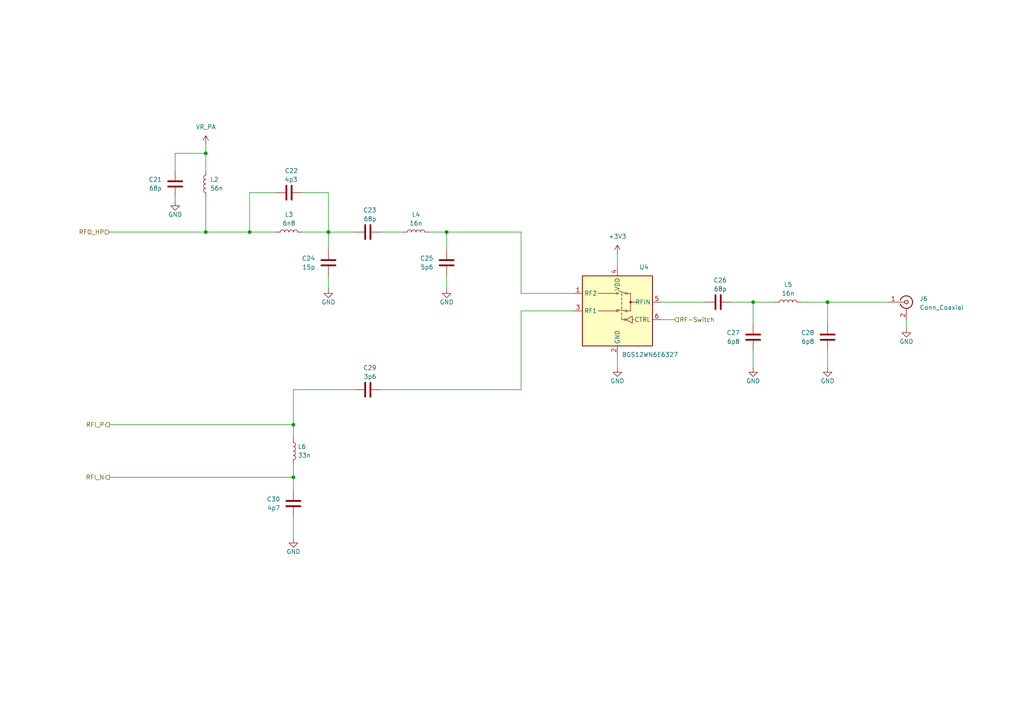
<source format=kicad_sch>
(kicad_sch (version 20250114) (generator "eeschema") (generator_version "9.0")
  (paper "A4")
  (lib_symbols
    (symbol "Connector:Conn_Coaxial" (pin_names (offset 1.016) (hide yes))
      (property "Reference" "J" (at 0.254 3.048 0))
      (property "Value" "Conn_Coaxial" (at 2.921 0 90))
      (symbol "Conn_Coaxial_0_1"
        (polyline (pts (xy -2.54 0) (xy -0.508 0)))
        (arc (start 1.778 0) (mid 0.222 -1.8079) (end -1.778 -0.508) (stroke (width 0.254)))
        (arc (start -1.778 0.508) (mid 0.2221 1.8084) (end 1.778 0) (stroke (width 0.254)))
        (circle (center 0 0) (radius 0.508) (stroke (width 0.2032)))
        (polyline (pts (xy 0 -2.54) (xy 0 -1.778)))
      )
      (symbol "Conn_Coaxial_1_1"
        (pin passive line (at -5.08 0 0) (length 2.54) (name "In") (number "1"))
        (pin passive line (at 0 -5.08 90) (length 2.54) (name "Ext") (number "2"))
      )
    )
    (symbol "Device:C" (pin_numbers (hide yes)) (pin_names (offset 0.254))
      (property "Reference" "C" (at 0.635 2.54 0))
      (property "Value" "C" (at 0.635 -2.54 0))
      (symbol "C_0_1"
        (polyline (pts (xy -2.032 0.762) (xy 2.032 0.762)) (stroke (width 0.508)))
        (polyline (pts (xy -2.032 -0.762) (xy 2.032 -0.762)) (stroke (width 0.508)))
      )
      (symbol "C_1_1"
        (pin passive line (at 0 3.81 270) (length 2.794) (name "~") (number "1"))
        (pin passive line (at 0 -3.81 90) (length 2.794) (name "~") (number "2"))
      )
    )
    (symbol "Device:L" (pin_numbers (hide yes)) (pin_names (offset 1.016) (hide yes))
      (property "Reference" "L" (at -1.27 0 90))
      (property "Value" "L" (at 1.905 0 90))
      (symbol "L_0_1"
        (arc (start 0 2.54) (mid 0.6323 1.905) (end 0 1.27))
        (arc (start 0 1.27) (mid 0.6323 0.635) (end 0 0))
        (arc (start 0 0) (mid 0.6323 -0.635) (end 0 -1.27))
        (arc (start 0 -1.27) (mid 0.6323 -1.905) (end 0 -2.54))
      )
      (symbol "L_1_1"
        (pin passive line (at 0 3.81 270) (length 1.27) (name "1") (number "1"))
        (pin passive line (at 0 -3.81 90) (length 1.27) (name "2") (number "2"))
      )
    )
    (symbol "RF_Switch:BGS12WN6E6327"
      (property "Reference" "U" (at -10.16 11.43 0))
      (property "Value" "BGS12WN6E6327" (at 1.27 11.43 0))
      (symbol "BGS12WN6E6327_0_0"
        (rectangle (start -10.16 10.16) (end 10.16 -10.16) (stroke (width 0.254)) (fill (type background)))
        (polyline (pts (xy -4.318 -1.524) (xy -4.318 -3.556) (xy -2.54 -2.54) (xy -4.318 -1.524)))
        (polyline (pts (xy -4.318 -2.54) (xy -4.826 -2.54)))
        (circle (center -3.81 2.54) (radius 0.254) (fill (type outline)))
        (polyline (pts (xy -3.81 2.54) (xy -5.588 2.54)))
        (polyline (pts (xy -2.794 0) (xy -3.81 0) (xy -3.81 5.08) (xy -2.794 5.08)))
        (circle (center -2.286 -2.54) (radius 0.254))
        (polyline (pts (xy -1.27 5.08) (xy -1.27 4.318)))
        (polyline (pts (xy -1.27 3.81) (xy -1.27 3.048)))
        (polyline (pts (xy -1.27 2.54) (xy -1.27 1.778)))
        (polyline (pts (xy -1.27 1.27) (xy -1.27 0.508)))
        (polyline (pts (xy -1.27 -1.27) (xy -1.27 -0.508)))
        (polyline (pts (xy -1.27 -2.54) (xy -2.032 -2.54)))
        (polyline (pts (xy -1.27 -2.54) (xy -1.27 -1.778)))
        (polyline (pts (xy 0.254 5.08) (xy 5.588 5.08)))
        (polyline (pts (xy 0.254 0) (xy 5.588 0)))
      )
      (symbol "BGS12WN6E6327_0_1"
        (circle (center -2.54 5.08) (radius 0.254))
        (circle (center -2.54 0) (radius 0.254))
        (polyline (pts (xy -2.286 5.08) (xy -0.254 5.842)))
        (polyline (pts (xy -2.286 0) (xy 0.127 0.381)))
        (circle (center 0 5.08) (radius 0.254))
        (circle (center 0 0) (radius 0.254))
      )
      (symbol "BGS12WN6E6327_1_1"
        (pin passive line (at -12.7 2.54 0) (length 2.54) (name "RFIN") (number "5"))
        (pin input line (at -12.7 -2.54 0) (length 2.54) (name "CTRL") (number "6"))
        (pin power_in line (at 0 12.7 270) (length 2.54) (name "VDD") (number "4"))
        (pin power_in line (at 0 -12.7 90) (length 2.54) (name "GND") (number "2"))
        (pin passive line (at 12.7 5.08 180) (length 2.54) (name "RF2") (number "1"))
        (pin passive line (at 12.7 0 180) (length 2.54) (name "RF1") (number "3"))
      )
    )
    (symbol "power:+5V" (power) (pin_numbers (hide yes)) (pin_names (offset 0) (hide yes))
      (property "Value" "+5V" (at 0 3.556 0))
      (symbol "+5V_0_1"
        (polyline (pts (xy -0.762 1.27) (xy 0 2.54)))
        (polyline (pts (xy 0 2.54) (xy 0.762 1.27)))
        (polyline (pts (xy 0 0) (xy 0 2.54)))
      )
      (symbol "+5V_1_1"
        (pin power_in line (at 0 0 90) (length 0) (name "~") (number "1"))
      )
    )
    (symbol "power:GND" (power) (pin_numbers (hide yes)) (pin_names (offset 0) (hide yes))
      (property "Value" "GND" (at 0 -3.81 0))
      (symbol "GND_0_1"
        (polyline (pts (xy 0 0) (xy 0 -1.27) (xy 1.27 -1.27) (xy 0 -2.54) (xy -1.27 -1.27) (xy 0 -1.27)))
      )
      (symbol "GND_1_1"
        (pin power_in line (at 0 0 270) (length 0) (name "~") (number "1"))
      )
    )
  )
  (junction (at 59.69 67.31))
  (junction (at 85.09 123.19))
  (junction (at 72.39 67.31))
  (junction (at 240.03 87.63))
  (junction (at 95.25 67.31))
  (junction (at 129.54 67.31))
  (junction (at 218.44 87.63))
  (junction (at 59.69 44.45))
  (junction (at 85.09 138.43))
  (wire (pts (xy 31.75 67.31) (xy 59.69 67.31)))
  (wire (pts (xy 240.03 87.63) (xy 257.81 87.63)))
  (wire (pts (xy 110.49 67.31) (xy 116.84 67.31)))
  (wire (pts (xy 95.25 67.31) (xy 95.25 55.88)))
  (wire (pts (xy 102.87 113.03) (xy 85.09 113.03)))
  (wire (pts (xy 59.69 67.31) (xy 72.39 67.31)))
  (wire (pts (xy 87.63 67.31) (xy 95.25 67.31)))
  (wire (pts (xy 151.13 85.09) (xy 151.13 67.31)))
  (wire (pts (xy 50.8 49.53) (xy 50.8 44.45)))
  (wire (pts (xy 72.39 67.31) (xy 72.39 55.88)))
  (wire (pts (xy 218.44 101.6) (xy 218.44 106.68)))
  (wire (pts (xy 191.77 92.71) (xy 195.58 92.71)))
  (wire (pts (xy 85.09 149.86) (xy 85.09 156.21)))
  (wire (pts (xy 262.89 92.71) (xy 262.89 95.25)))
  (wire (pts (xy 129.54 67.31) (xy 124.46 67.31)))
  (wire (pts (xy 240.03 101.6) (xy 240.03 106.68)))
  (wire (pts (xy 218.44 87.63) (xy 224.79 87.63)))
  (wire (pts (xy 31.75 123.19) (xy 85.09 123.19)))
  (wire (pts (xy 129.54 72.39) (xy 129.54 67.31)))
  (wire (pts (xy 110.49 113.03) (xy 151.13 113.03)))
  (wire (pts (xy 240.03 87.63) (xy 232.41 87.63)))
  (wire (pts (xy 179.07 102.87) (xy 179.07 106.68)))
  (wire (pts (xy 85.09 123.19) (xy 85.09 127)))
  (wire (pts (xy 50.8 57.15) (xy 50.8 58.42)))
  (wire (pts (xy 59.69 57.15) (xy 59.69 67.31)))
  (wire (pts (xy 95.25 55.88) (xy 87.63 55.88)))
  (wire (pts (xy 50.8 44.45) (xy 59.69 44.45)))
  (wire (pts (xy 85.09 138.43) (xy 85.09 142.24)))
  (wire (pts (xy 179.07 73.66) (xy 179.07 77.47)))
  (wire (pts (xy 218.44 87.63) (xy 212.09 87.63)))
  (wire (pts (xy 95.25 67.31) (xy 95.25 72.39)))
  (wire (pts (xy 166.37 85.09) (xy 151.13 85.09)))
  (wire (pts (xy 240.03 93.98) (xy 240.03 87.63)))
  (wire (pts (xy 80.01 67.31) (xy 72.39 67.31)))
  (wire (pts (xy 59.69 41.91) (xy 59.69 44.45)))
  (wire (pts (xy 85.09 134.62) (xy 85.09 138.43)))
  (wire (pts (xy 95.25 80.01) (xy 95.25 83.82)))
  (wire (pts (xy 85.09 113.03) (xy 85.09 123.19)))
  (wire (pts (xy 218.44 93.98) (xy 218.44 87.63)))
  (wire (pts (xy 72.39 55.88) (xy 80.01 55.88)))
  (wire (pts (xy 129.54 80.01) (xy 129.54 83.82)))
  (wire (pts (xy 151.13 90.17) (xy 166.37 90.17)))
  (wire (pts (xy 95.25 67.31) (xy 102.87 67.31)))
  (wire (pts (xy 59.69 44.45) (xy 59.69 49.53)))
  (wire (pts (xy 151.13 67.31) (xy 129.54 67.31)))
  (wire (pts (xy 31.75 138.43) (xy 85.09 138.43)))
  (wire (pts (xy 151.13 113.03) (xy 151.13 90.17)))
  (wire (pts (xy 191.77 87.63) (xy 204.47 87.63)))
  (hierarchical_label "RF-Switch" (shape input) (at 195.58 92.71 0))
  (hierarchical_label "RFI_N" (shape output) (at 31.75 138.43 180))
  (hierarchical_label "RFI_P" (shape output) (at 31.75 123.19 180))
  (hierarchical_label "RFO_HP" (shape input) (at 31.75 67.31 180))
  (symbol (lib_id "Device:C") (at 50.8 53.34 0) (mirror y) (unit 1)
    (property "Reference" "C21" (at 46.99 52.0699 0) (effects (justify left)))
    (property "Value" "68p" (at 46.99 54.6099 0) (effects (justify left)))
    (property "Footprint" "Capacitor_SMD:C_0603_1608Metric" (effects (hide yes)))
    (property "Description" "Unpolarized capacitor" (effects (hide yes)))
  )
  (symbol (lib_id "power:GND") (at 85.09 156.21 0) (unit 1)
    (property "Reference" "#PWR046" (effects (hide yes)))
    (property "Value" "GND" (at 85.09 160.02 0))
    (property "Description" "Power symbol creates a global label with name \"GND\" , ground" (effects (hide yes)))
  )
  (symbol (lib_id "Device:L") (at 59.69 53.34 180) (unit 1)
    (property "Reference" "L2" (at 60.96 52.0699 0) (effects (justify right)))
    (property "Value" "56n" (at 60.96 54.6099 0) (effects (justify right)))
    (property "Footprint" "Inductor_SMD:L_0603_1608Metric" (effects (hide yes)))
    (property "Datasheet" "tollerance 2%" (effects (hide yes)))
    (property "Description" "Inductor RF" (effects (hide yes)))
  )
  (symbol (lib_id "Device:C") (at 208.28 87.63 90) (mirror x) (unit 1)
    (property "Reference" "C26" (at 210.82 81.28 90) (effects (justify left)))
    (property "Value" "68p" (at 210.82 83.82 90) (effects (justify left)))
    (property "Footprint" "Capacitor_SMD:C_0603_1608Metric" (effects (hide yes)))
    (property "Description" "Unpolarized capacitor" (effects (hide yes)))
  )
  (symbol (lib_id "power:GND") (at 240.03 106.68 0) (unit 1)
    (property "Reference" "#PWR045" (effects (hide yes)))
    (property "Value" "GND" (at 240.03 110.49 0))
    (property "Description" "Power symbol creates a global label with name \"GND\" , ground" (effects (hide yes)))
  )
  (symbol (lib_id "power:GND") (at 129.54 83.82 0) (unit 1)
    (property "Reference" "#PWR041" (effects (hide yes)))
    (property "Value" "GND" (at 129.54 87.63 0))
    (property "Description" "Power symbol creates a global label with name \"GND\" , ground" (effects (hide yes)))
  )
  (symbol (lib_id "Device:C") (at 106.68 67.31 90) (mirror x) (unit 1)
    (property "Reference" "C23" (at 109.22 60.96 90) (effects (justify left)))
    (property "Value" "68p" (at 109.22 63.5 90) (effects (justify left)))
    (property "Footprint" "Capacitor_SMD:C_0603_1608Metric" (effects (hide yes)))
    (property "Description" "Unpolarized capacitor" (effects (hide yes)))
  )
  (symbol (lib_id "power:GND") (at 50.8 58.42 0) (unit 1)
    (property "Reference" "#PWR038" (effects (hide yes)))
    (property "Value" "GND" (at 50.8 62.23 0))
    (property "Description" "Power symbol creates a global label with name \"GND\" , ground" (effects (hide yes)))
  )
  (symbol (lib_id "Device:C") (at 240.03 97.79 0) (mirror y) (unit 1)
    (property "Reference" "C28" (at 236.22 96.52 0) (effects (justify left)))
    (property "Value" "6p8" (at 236.22 99.0599 0) (effects (justify left)))
    (property "Footprint" "Capacitor_SMD:C_0603_1608Metric" (effects (hide yes)))
    (property "Description" "Unpolarized capacitor" (effects (hide yes)))
  )
  (symbol (lib_id "Connector:Conn_Coaxial") (at 262.89 87.63 0) (unit 1)
    (property "Reference" "J6" (at 266.7 86.6531 0) (effects (justify left)))
    (property "Value" "Conn_Coaxial" (at 266.7 89.1931 0) (effects (justify left)))
    (property "Footprint" "Connector_Coaxial:BNC_TEConnectivity_1478035_Horizontal" (effects (hide yes)))
    (property "Description" "coaxial connector (BNC, SMA, SMB, SMC, Cinch/RCA, LEMO, ...)" (effects (hide yes)))
  )
  (symbol (lib_id "RF_Switch:BGS12WN6E6327") (at 179.07 90.17 0) (mirror y) (unit 1)
    (property "Reference" "U4" (at 185.42 77.47 0) (effects (justify right)))
    (property "Value" "BGS12WN6E6327" (at 180.34 102.87 0) (effects (justify right)))
    (property "Footprint" "Package_LGA:Infineon_PG-TSNP-6-10_0.7x1.1mm_0.7x1.1mm_P0.4mm" (effects (hide yes)))
    (property "Datasheet" "https://www.infineon.com/dgdl/Infineon-BGS12WN6-DataSheet-v02_05-EN.pdf?fileId=5546d4626b2d8e69016b89d2b3334727" (effects (hide yes)))
    (property "Description" "SPDT DC-9GHz switch, 45dB isolation at 960MHz, PG-TSNP-6-10" (effects (hide yes)))
  )
  (symbol (lib_id "Device:C") (at 83.82 55.88 270) (mirror x) (unit 1)
    (property "Reference" "C22" (at 82.55 49.53 90) (effects (justify left)))
    (property "Value" "4p3" (at 82.5501 52.07 90) (effects (justify left)))
    (property "Footprint" "Capacitor_SMD:C_0603_1608Metric" (effects (hide yes)))
    (property "Description" "Unpolarized capacitor" (effects (hide yes)))
  )
  (symbol (lib_id "Device:C") (at 129.54 76.2 0) (mirror y) (unit 1)
    (property "Reference" "C25" (at 125.73 74.93 0) (effects (justify left)))
    (property "Value" "5p6" (at 125.73 77.4699 0) (effects (justify left)))
    (property "Footprint" "Capacitor_SMD:C_0603_1608Metric" (effects (hide yes)))
    (property "Description" "Unpolarized capacitor" (effects (hide yes)))
  )
  (symbol (lib_id "power:+5V") (at 179.07 73.66 0) (unit 1)
    (property "Reference" "#PWR039" (effects (hide yes)))
    (property "Value" "+3V3" (at 179.07 68.58 0))
    (property "Description" "Power symbol creates a global label with name \"+5V\"" (effects (hide yes)))
  )
  (symbol (lib_id "power:GND") (at 179.07 106.68 0) (unit 1)
    (property "Reference" "#PWR043" (effects (hide yes)))
    (property "Value" "GND" (at 179.07 110.49 0))
    (property "Description" "Power symbol creates a global label with name \"GND\" , ground" (effects (hide yes)))
  )
  (symbol (lib_id "power:GND") (at 95.25 83.82 0) (unit 1)
    (property "Reference" "#PWR040" (effects (hide yes)))
    (property "Value" "GND" (at 95.25 87.63 0))
    (property "Description" "Power symbol creates a global label with name \"GND\" , ground" (effects (hide yes)))
  )
  (symbol (lib_id "power:GND") (at 218.44 106.68 0) (unit 1)
    (property "Reference" "#PWR044" (effects (hide yes)))
    (property "Value" "GND" (at 218.44 110.49 0))
    (property "Description" "Power symbol creates a global label with name \"GND\" , ground" (effects (hide yes)))
  )
  (symbol (lib_id "Device:L") (at 83.82 67.31 90) (unit 1)
    (property "Reference" "L3" (at 83.82 62.23 90))
    (property "Value" "6n8" (at 83.82 64.77 90))
    (property "Footprint" "Inductor_SMD:L_0603_1608Metric" (effects (hide yes)))
    (property "Datasheet" "tollerance 2%" (effects (hide yes)))
    (property "Description" "Inductor RF" (effects (hide yes)))
  )
  (symbol (lib_id "Device:C") (at 95.25 76.2 0) (mirror y) (unit 1)
    (property "Reference" "C24" (at 91.44 74.93 0) (effects (justify left)))
    (property "Value" "15p" (at 91.44 77.4699 0) (effects (justify left)))
    (property "Footprint" "Capacitor_SMD:C_0603_1608Metric" (effects (hide yes)))
    (property "Description" "Unpolarized capacitor" (effects (hide yes)))
  )
  (symbol (lib_id "Device:C") (at 106.68 113.03 90) (mirror x) (unit 1)
    (property "Reference" "C29" (at 109.22 106.68 90) (effects (justify left)))
    (property "Value" "3p6" (at 109.22 109.22 90) (effects (justify left)))
    (property "Footprint" "Capacitor_SMD:C_0603_1608Metric" (effects (hide yes)))
    (property "Description" "Unpolarized capacitor" (effects (hide yes)))
  )
  (symbol (lib_id "Device:L") (at 85.09 130.81 0) (unit 1)
    (property "Reference" "L6" (at 86.36 129.5399 0) (effects (justify left)))
    (property "Value" "33n" (at 86.36 132.0799 0) (effects (justify left)))
    (property "Footprint" "Inductor_SMD:L_0603_1608Metric" (effects (hide yes)))
    (property "Datasheet" "tollerance 2%" (effects (hide yes)))
    (property "Description" "Inductor RF" (effects (hide yes)))
  )
  (symbol (lib_id "power:GND") (at 262.89 95.25 0) (unit 1)
    (property "Reference" "#PWR042" (effects (hide yes)))
    (property "Value" "GND" (at 262.89 99.06 0))
    (property "Description" "Power symbol creates a global label with name \"GND\" , ground" (effects (hide yes)))
  )
  (symbol (lib_id "Device:L") (at 120.65 67.31 90) (unit 1)
    (property "Reference" "L4" (at 120.65 62.23 90))
    (property "Value" "16n" (at 120.65 64.77 90))
    (property "Footprint" "Inductor_SMD:L_0603_1608Metric" (effects (hide yes)))
    (property "Datasheet" "tollerance 2%" (effects (hide yes)))
    (property "Description" "Inductor RF" (effects (hide yes)))
  )
  (symbol (lib_id "power:+5V") (at 59.69 41.91 0) (unit 1)
    (property "Reference" "#PWR037" (effects (hide yes)))
    (property "Value" "VR_PA" (at 59.69 36.83 0))
    (property "Description" "Power symbol creates a global label with name \"+5V\"" (effects (hide yes)))
  )
  (symbol (lib_id "Device:L") (at 228.6 87.63 90) (unit 1)
    (property "Reference" "L5" (at 228.6 82.55 90))
    (property "Value" "16n" (at 228.6 85.09 90))
    (property "Footprint" "Inductor_SMD:L_0603_1608Metric" (effects (hide yes)))
    (property "Datasheet" "tollerance 2%" (effects (hide yes)))
    (property "Description" "Inductor RF" (effects (hide yes)))
  )
  (symbol (lib_id "Device:C") (at 85.09 146.05 0) (mirror y) (unit 1)
    (property "Reference" "C30" (at 81.28 144.78 0) (effects (justify left)))
    (property "Value" "4p7" (at 81.28 147.3199 0) (effects (justify left)))
    (property "Footprint" "Capacitor_SMD:C_0603_1608Metric" (effects (hide yes)))
    (property "Description" "Unpolarized capacitor" (effects (hide yes)))
  )
  (symbol (lib_id "Device:C") (at 218.44 97.79 0) (mirror y) (unit 1)
    (property "Reference" "C27" (at 214.63 96.52 0) (effects (justify left)))
    (property "Value" "6p8" (at 214.63 99.0599 0) (effects (justify left)))
    (property "Footprint" "Capacitor_SMD:C_0603_1608Metric" (effects (hide yes)))
    (property "Description" "Unpolarized capacitor" (effects (hide yes)))
  )
)
</source>
